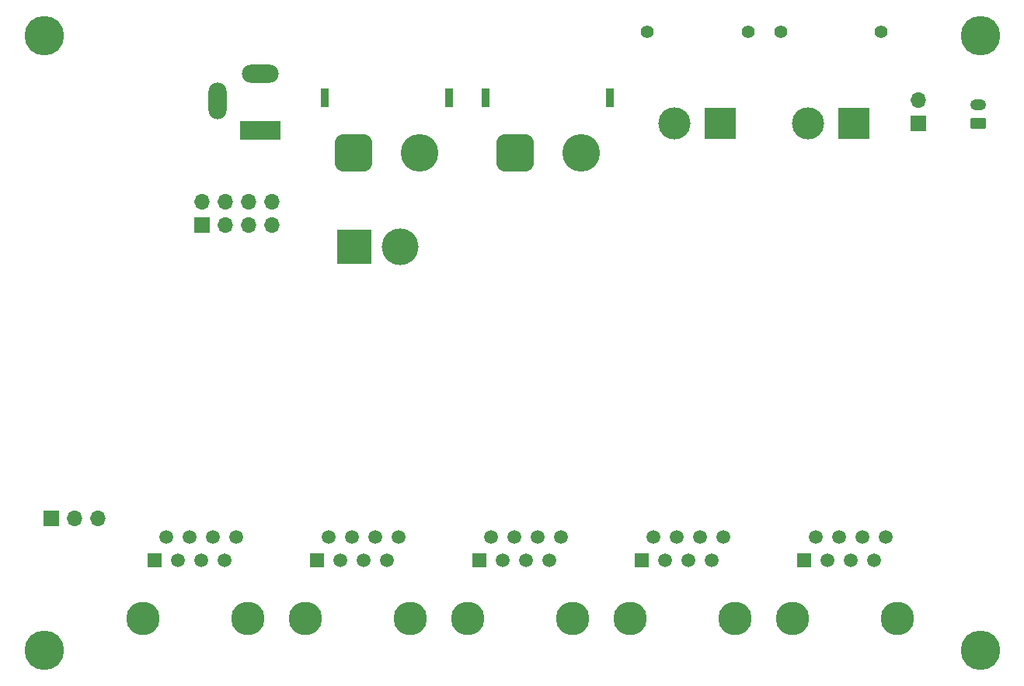
<source format=gbs>
%TF.GenerationSoftware,KiCad,Pcbnew,8.0.4*%
%TF.CreationDate,2024-10-16T14:58:18-04:00*%
%TF.ProjectId,mainBoard,6d61696e-426f-4617-9264-2e6b69636164,rev?*%
%TF.SameCoordinates,Original*%
%TF.FileFunction,Soldermask,Bot*%
%TF.FilePolarity,Negative*%
%FSLAX46Y46*%
G04 Gerber Fmt 4.6, Leading zero omitted, Abs format (unit mm)*
G04 Created by KiCad (PCBNEW 8.0.4) date 2024-10-16 14:58:18*
%MOMM*%
%LPD*%
G01*
G04 APERTURE LIST*
G04 Aperture macros list*
%AMRoundRect*
0 Rectangle with rounded corners*
0 $1 Rounding radius*
0 $2 $3 $4 $5 $6 $7 $8 $9 X,Y pos of 4 corners*
0 Add a 4 corners polygon primitive as box body*
4,1,4,$2,$3,$4,$5,$6,$7,$8,$9,$2,$3,0*
0 Add four circle primitives for the rounded corners*
1,1,$1+$1,$2,$3*
1,1,$1+$1,$4,$5*
1,1,$1+$1,$6,$7*
1,1,$1+$1,$8,$9*
0 Add four rect primitives between the rounded corners*
20,1,$1+$1,$2,$3,$4,$5,0*
20,1,$1+$1,$4,$5,$6,$7,0*
20,1,$1+$1,$6,$7,$8,$9,0*
20,1,$1+$1,$8,$9,$2,$3,0*%
G04 Aperture macros list end*
%ADD10C,4.300000*%
%ADD11R,4.500000X2.000000*%
%ADD12O,4.000000X2.000000*%
%ADD13O,2.000000X4.000000*%
%ADD14RoundRect,0.250000X0.625000X-0.350000X0.625000X0.350000X-0.625000X0.350000X-0.625000X-0.350000X0*%
%ADD15O,1.750000X1.200000*%
%ADD16R,0.900000X2.000000*%
%ADD17RoundRect,1.025000X-1.025000X-1.025000X1.025000X-1.025000X1.025000X1.025000X-1.025000X1.025000X0*%
%ADD18C,4.100000*%
%ADD19C,1.400000*%
%ADD20R,3.500000X3.500000*%
%ADD21C,3.500000*%
%ADD22C,3.650000*%
%ADD23R,1.500000X1.500000*%
%ADD24C,1.500000*%
%ADD25R,1.700000X1.700000*%
%ADD26O,1.700000X1.700000*%
%ADD27R,3.800000X3.800000*%
%ADD28C,4.000000*%
G04 APERTURE END LIST*
D10*
%TO.C,H4*%
X121500000Y-90800000D03*
%TD*%
D11*
%TO.C,J5*%
X43075000Y-34095000D03*
D12*
X43075000Y-27895000D03*
D13*
X38375000Y-30895000D03*
%TD*%
D14*
%TO.C,J21*%
X121246571Y-33355001D03*
D15*
X121246571Y-31355001D03*
%TD*%
D16*
%TO.C,J2*%
X67645000Y-30575000D03*
X81145000Y-30575000D03*
D17*
X70795000Y-36575000D03*
D18*
X77995000Y-36575000D03*
%TD*%
D19*
%TO.C,J4*%
X85195000Y-23375000D03*
X96195000Y-23375000D03*
D20*
X93195000Y-33375000D03*
D21*
X88195000Y-33375000D03*
%TD*%
D10*
%TO.C,H3*%
X19500000Y-90800000D03*
%TD*%
D19*
%TO.C,J3*%
X99745000Y-23375000D03*
X110745000Y-23375000D03*
D20*
X107745000Y-33375000D03*
D21*
X102745000Y-33375000D03*
%TD*%
D10*
%TO.C,H1*%
X19500000Y-23800000D03*
%TD*%
D22*
%TO.C,J11*%
X101030000Y-87345000D03*
X112460000Y-87345000D03*
D23*
X102300000Y-80995000D03*
D24*
X103570000Y-78455000D03*
X104840000Y-80995000D03*
X106110000Y-78455000D03*
X107380000Y-80995000D03*
X108650000Y-78455000D03*
X109920000Y-80995000D03*
X111190000Y-78455000D03*
%TD*%
D25*
%TO.C,J22*%
X114775000Y-33375000D03*
D26*
X114775000Y-30835000D03*
%TD*%
D22*
%TO.C,J7*%
X30290000Y-87345000D03*
X41720000Y-87345000D03*
D23*
X31560000Y-80995000D03*
D24*
X32830000Y-78455000D03*
X34100000Y-80995000D03*
X35370000Y-78455000D03*
X36640000Y-80995000D03*
X37910000Y-78455000D03*
X39180000Y-80995000D03*
X40450000Y-78455000D03*
%TD*%
D25*
%TO.C,J23*%
X36725000Y-44475000D03*
D26*
X36725000Y-41935000D03*
X39265000Y-44475000D03*
X39265000Y-41935000D03*
X41805000Y-44475000D03*
X41805000Y-41935000D03*
X44345000Y-44475000D03*
X44345000Y-41935000D03*
%TD*%
D27*
%TO.C,J6*%
X53266571Y-46775001D03*
D28*
X58266571Y-46775001D03*
%TD*%
D25*
%TO.C,J12*%
X20296571Y-76475001D03*
D26*
X22836571Y-76475001D03*
X25376571Y-76475001D03*
%TD*%
D22*
%TO.C,J9*%
X65660000Y-87345000D03*
X77090000Y-87345000D03*
D23*
X66930000Y-80995000D03*
D24*
X68200000Y-78455000D03*
X69470000Y-80995000D03*
X70740000Y-78455000D03*
X72010000Y-80995000D03*
X73280000Y-78455000D03*
X74550000Y-80995000D03*
X75820000Y-78455000D03*
%TD*%
D10*
%TO.C,H2*%
X121500000Y-23800000D03*
%TD*%
D22*
%TO.C,J10*%
X83345000Y-87345000D03*
X94775000Y-87345000D03*
D23*
X84615000Y-80995000D03*
D24*
X85885000Y-78455000D03*
X87155000Y-80995000D03*
X88425000Y-78455000D03*
X89695000Y-80995000D03*
X90965000Y-78455000D03*
X92235000Y-80995000D03*
X93505000Y-78455000D03*
%TD*%
D22*
%TO.C,J8*%
X47975000Y-87345000D03*
X59405000Y-87345000D03*
D23*
X49245000Y-80995000D03*
D24*
X50515000Y-78455000D03*
X51785000Y-80995000D03*
X53055000Y-78455000D03*
X54325000Y-80995000D03*
X55595000Y-78455000D03*
X56865000Y-80995000D03*
X58135000Y-78455000D03*
%TD*%
D16*
%TO.C,J1*%
X50095000Y-30575000D03*
X63595000Y-30575000D03*
D17*
X53245000Y-36575000D03*
D18*
X60445000Y-36575000D03*
%TD*%
M02*

</source>
